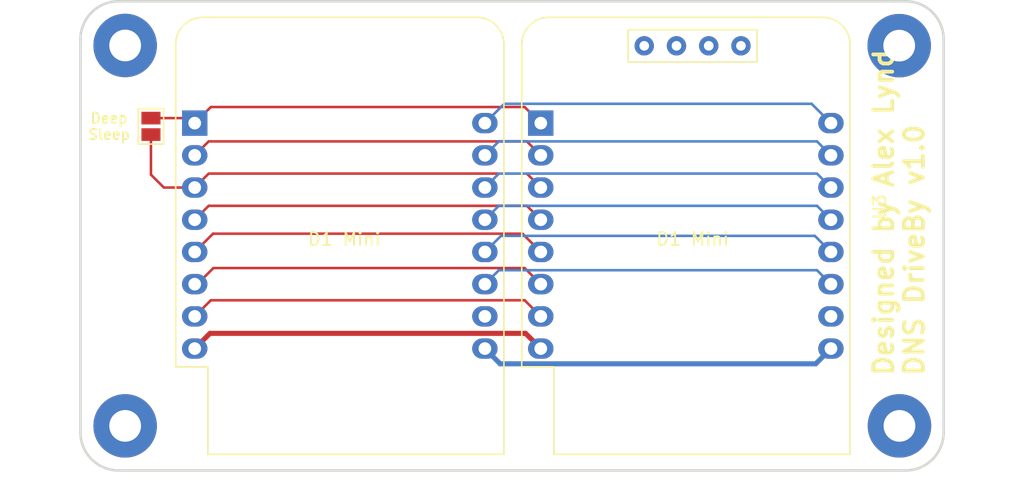
<source format=kicad_pcb>
(kicad_pcb (version 20211014) (generator pcbnew)
  (layers (0 "F.Cu" signal) (31 "B.Cu" signal) (34 "B.Paste" user) (35 "F.Paste" user) (36 "B.SilkS" user "B.Silkscreen") (37 "F.SilkS" user "F.Silkscreen") (38 "B.Mask" user) (39 "F.Mask" user) (44 "Edge.Cuts" user))
  (net 0 "")
  (net 1 "D0")
  (net 2 "A0")
  (net 3 "D5")
  (net 4 "D6")
  (net 5 "D7")
  (net 6 "D8")
  (net 7 "+3V3")
  (net 8 "5V")
  (net 9 "GND")
  (net 10 "D4")
  (net 11 "D3")
  (net 12 "D2")
  (net 13 "D1")
  (net 14 "RX")
  (net 15 "TX")
  (net 16 "RST")
  (footprint "MountingHole:MountingHole_2.5mm_Pad" (layer "F.Cu") (at -30.5 -15)
    (fp_text reference "REF**" hide)
    (fp_text value "MountingHole_2.5mm_Pad")
    (pad "1" thru_hole circle (at 0.02 -0.014) (size 5 5) (drill 2.5) (layers *.Cu *.Mask))
  )
  (footprint "MountingHole:MountingHole_2.5mm_Pad" (layer "F.Cu") (at 30.48 -14.986)
    (fp_text reference "REF**" hide)
    (fp_text value "MountingHole_2.5mm_Pad")
    (pad "1" thru_hole circle (at 0.02 -0.014) (size 5 5) (drill 2.5) (layers *.Cu *.Mask))
  )
  (footprint "MountingHole:MountingHole_2.5mm_Pad" (layer "F.Cu") (at -30.5 15)
    (fp_text reference "REF**" hide)
    (fp_text value "MountingHole_2.5mm_Pad")
    (pad "1" thru_hole circle (at 0.02 -0.014) (size 5 5) (drill 2.5) (layers *.Cu *.Mask))
  )
  (footprint "Jumper:SolderJumper-2_P1.3mm_Open_Pad1.0x1.5mm" (layer "F.Cu") (at -28.448 -8.636 90)
    (fp_text reference "JP1" hide)
    (fp_text value "Deep Sleep" hide)
    (fp_line (start -1.4 1) (end -1.4 -1) (layer "F.SilkS") (width 0.12))
    (fp_line (start 1.4 -1) (end 1.4 1) (layer "F.SilkS") (width 0.12))
    (fp_line (start -1.4 -1) (end 1.4 -1) (layer "F.SilkS") (width 0.12))
    (fp_line (start 1.4 1) (end -1.4 1) (layer "F.SilkS") (width 0.12))
    (pad "1" smd rect (at -0.65 0 90) (size 1 1.5) (layers "F.Cu" "F.Mask") (net 1 "D0"))
    (pad "2" smd rect (at 0.65 0 90) (size 1 1.5) (layers "F.Cu" "F.Mask") (net 16 "RST"))
  )
  (footprint "Module:WEMOS_D1_mini_light" (layer "F.Cu") (at -25 -8.89)
    (fp_text reference "U2" hide)
    (fp_text value "D1 Mini" (at 11.792 9.144) (layer "F.SilkS"))
    (fp_line (start 1.04 19.22) (end 1.04 26.12) (layer "F.SilkS") (width 0.12))
    (fp_line (start 22.24 -8.34) (end 0.63 -8.34) (layer "F.SilkS") (width 0.12))
    (fp_line (start -1.5 19.22) (end 1.04 19.22) (layer "F.SilkS") (width 0.12))
    (fp_line (start 1.04 26.12) (end 24.36 26.12) (layer "F.SilkS") (width 0.12))
    (fp_line (start 24.36 26.12) (end 24.36 -6.21) (layer "F.SilkS") (width 0.12))
    (fp_line (start -1.5 19.22) (end -1.5 -6.21) (layer "F.SilkS") (width 0.12))
    (fp_arc (start -1.5 -6.21) (mid -0.876137 -7.716137) (end 0.63 -8.34) (layer "F.SilkS") (width 0.12))
    (fp_arc (start 22.23 -8.34) (mid 23.736137 -7.716137) (end 24.36 -6.21) (layer "F.SilkS") (width 0.12))
    (pad "1" thru_hole rect (at 0 0) (size 2 2) (drill 1) (layers *.Cu *.Mask) (net 16 "RST"))
    (pad "2" thru_hole oval (at 0 2.54) (size 2 1.6) (drill 1) (layers *.Cu *.Mask) (net 2 "A0"))
    (pad "3" thru_hole oval (at 0 5.08) (size 2 1.6) (drill 1) (layers *.Cu *.Mask) (net 1 "D0"))
    (pad "4" thru_hole oval (at 0 7.62) (size 2 1.6) (drill 1) (layers *.Cu *.Mask) (net 3 "D5"))
    (pad "5" thru_hole oval (at 0 10.16) (size 2 1.6) (drill 1) (layers *.Cu *.Mask) (net 4 "D6"))
    (pad "6" thru_hole oval (at 0 12.7) (size 2 1.6) (drill 1) (layers *.Cu *.Mask) (net 5 "D7"))
    (pad "7" thru_hole oval (at 0 15.24) (size 2 1.6) (drill 1) (layers *.Cu *.Mask) (net 6 "D8"))
    (pad "8" thru_hole oval (at 0 17.78) (size 2 1.6) (drill 1) (layers *.Cu *.Mask) (net 7 "+3V3"))
    (pad "9" thru_hole oval (at 22.86 17.78) (size 2 1.6) (drill 1) (layers *.Cu *.Mask) (net 8 "5V"))
    (pad "10" thru_hole oval (at 22.86 15.24) (size 2 1.6) (drill 1) (layers *.Cu *.Mask) (net 9 "GND"))
    (pad "11" thru_hole oval (at 22.86 12.7) (size 2 1.6) (drill 1) (layers *.Cu *.Mask) (net 10 "D4"))
    (pad "12" thru_hole oval (at 22.86 10.16) (size 2 1.6) (drill 1) (layers *.Cu *.Mask) (net 11 "D3"))
    (pad "13" thru_hole oval (at 22.86 7.62) (size 2 1.6) (drill 1) (layers *.Cu *.Mask) (net 12 "D2"))
    (pad "14" thru_hole oval (at 22.86 5.08) (size 2 1.6) (drill 1) (layers *.Cu *.Mask) (net 13 "D1"))
    (pad "15" thru_hole oval (at 22.86 2.54) (size 2 1.6) (drill 1) (layers *.Cu *.Mask) (net 14 "RX"))
    (pad "16" thru_hole oval (at 22.86 0) (size 2 1.6) (drill 1) (layers *.Cu *.Mask) (net 15 "TX"))
  )
  (footprint "HakCat:NEO-6M GPS" (layer "F.Cu") (at 14.224 0.254 90)
    (fp_text reference "U3" (at 2.54 14.732 90 unlocked) (layer "F.SilkS"))
    (fp_text value "NEO-6M_GPS")
    (fp_rect (start 13.97 -5.08) (end 16.51 5.08) (layer "F.SilkS") (width 0.12) (fill none))
    (pad "1" thru_hole circle (at 15.24 3.81 90) (size 1.524 1.524) (drill 0.762) (layers *.Cu *.Mask) (net 7 "+3V3"))
    (pad "2" thru_hole circle (at 15.24 1.27 90) (size 1.524 1.524) (drill 0.762) (layers *.Cu *.Mask) (net 11 "D3"))
    (pad "3" thru_hole circle (at 15.24 -1.27 90) (size 1.524 1.524) (drill 0.762) (layers *.Cu *.Mask) (net 10 "D4"))
    (pad "4" thru_hole circle (at 15.24 -3.81 90) (size 1.524 1.524) (drill 0.762) (layers *.Cu *.Mask) (net 9 "GND"))
  )
  (footprint "Module:WEMOS_D1_mini_light" (layer "F.Cu") (at 2.263 -8.89)
    (fp_text reference "U1" hide)
    (fp_text value "D1 Mini" (at 11.961 9.144) (layer "F.SilkS"))
    (fp_line (start 24.36 26.12) (end 24.36 -6.21) (layer "F.SilkS") (width 0.12))
    (fp_line (start 1.04 19.22) (end 1.04 26.12) (layer "F.SilkS") (width 0.12))
    (fp_line (start -1.5 19.22) (end -1.5 -6.21) (layer "F.SilkS") (width 0.12))
    (fp_line (start 22.24 -8.34) (end 0.63 -8.34) (layer "F.SilkS") (width 0.12))
    (fp_line (start -1.5 19.22) (end 1.04 19.22) (layer "F.SilkS") (width 0.12))
    (fp_line (start 1.04 26.12) (end 24.36 26.12) (layer "F.SilkS") (width 0.12))
    (fp_arc (start 22.23 -8.34) (mid 23.736137 -7.716137) (end 24.36 -6.21) (layer "F.SilkS") (width 0.12))
    (fp_arc (start -1.5 -6.21) (mid -0.876137 -7.716137) (end 0.63 -8.34) (layer "F.SilkS") (width 0.12))
    (pad "1" thru_hole rect (at 0 0) (size 2 2) (drill 1) (layers *.Cu *.Mask) (net 16 "RST"))
    (pad "2" thru_hole oval (at 0 2.54) (size 2 1.6) (drill 1) (layers *.Cu *.Mask) (net 2 "A0"))
    (pad "3" thru_hole oval (at 0 5.08) (size 2 1.6) (drill 1) (layers *.Cu *.Mask) (net 1 "D0"))
    (pad "4" thru_hole oval (at 0 7.62) (size 2 1.6) (drill 1) (layers *.Cu *.Mask) (net 3 "D5"))
    (pad "5" thru_hole oval (at 0 10.16) (size 2 1.6) (drill 1) (layers *.Cu *.Mask) (net 4 "D6"))
    (pad "6" thru_hole oval (at 0 12.7) (size 2 1.6) (drill 1) (layers *.Cu *.Mask) (net 5 "D7"))
    (pad "7" thru_hole oval (at 0 15.24) (size 2 1.6) (drill 1) (layers *.Cu *.Mask) (net 6 "D8"))
    (pad "8" thru_hole oval (at 0 17.78) (size 2 1.6) (drill 1) (layers *.Cu *.Mask) (net 7 "+3V3"))
    (pad "9" thru_hole oval (at 22.86 17.78) (size 2 1.6) (drill 1) (layers *.Cu *.Mask) (net 8 "5V"))
    (pad "10" thru_hole oval (at 22.86 15.24) (size 2 1.6) (drill 1) (layers *.Cu *.Mask) (net 9 "GND"))
    (pad "11" thru_hole oval (at 22.86 12.7) (size 2 1.6) (drill 1) (layers *.Cu *.Mask) (net 10 "D4"))
    (pad "12" thru_hole oval (at 22.86 10.16) (size 2 1.6) (drill 1) (layers *.Cu *.Mask) (net 11 "D3"))
    (pad "13" thru_hole oval (at 22.86 7.62) (size 2 1.6) (drill 1) (layers *.Cu *.Mask) (net 12 "D2"))
    (pad "14" thru_hole oval (at 22.86 5.08) (size 2 1.6) (drill 1) (layers *.Cu *.Mask) (net 13 "D1"))
    (pad "15" thru_hole oval (at 22.86 2.54) (size 2 1.6) (drill 1) (layers *.Cu *.Mask) (net 14 "RX"))
    (pad "16" thru_hole oval (at 22.86 0) (size 2 1.6) (drill 1) (layers *.Cu *.Mask) (net 15 "TX"))
  )
  (footprint "MountingHole:MountingHole_2.5mm_Pad" (layer "F.Cu") (at 30.5 15)
    (fp_text reference "REF**" hide)
    (fp_text value "MountingHole_2.5mm_Pad")
    (pad "1" thru_hole circle (at 0.02 -0.014) (size 5 5) (drill 2.5) (layers *.Cu *.Mask))
  )
  (gr_arc (start -31 18.5) (mid -33.12132 17.62132) (end -34 15.5) (layer "Edge.Cuts") (width 0.2))
  (gr_line (start 31 18.5) (end -31 18.5) (layer "Edge.Cuts") (width 0.2))
  (gr_arc (start 34 15.5) (mid 33.12132 17.62132) (end 31 18.5) (layer "Edge.Cuts") (width 0.2))
  (gr_line (start -31 -18.5) (end 31 -18.5) (layer "Edge.Cuts") (width 0.2))
  (gr_line (start -34 15.5) (end -34 -15.5) (layer "Edge.Cuts") (width 0.2))
  (gr_arc (start 31 -18.5) (mid 33.12132 -17.62132) (end 34 -15.5) (layer "Edge.Cuts") (width 0.2))
  (gr_line (start 34 -15.5) (end 34 15.5) (layer "Edge.Cuts") (width 0.2))
  (gr_arc (start -34 -15.5) (mid -33.12132 -17.62132) (end -31 -18.5) (layer "Edge.Cuts") (width 0.2))
  (gr_text "Designed by Alex Lynd\nDNS DriveBy v1.0" (at 30.48 11.176 90) (layer "F.SilkS") (effects (font (size 1.5 1.5) (thickness 0.3)) (justify left)))
  (gr_text "Deep\nSleep" (at -31.75 -8.636) (layer "F.SilkS") (effects (font (size 0.8 0.8))))
  (segment (start -28.448 -7.986) (end -28.448 -4.826) (width 0.2) (layer "F.Cu") (net 1))
  (segment (start -23.9 -4.91) (end 1.163 -4.91) (width 0.2) (layer "F.Cu") (net 1))
  (segment (start -25 -3.81) (end -23.9 -4.91) (width 0.2) (layer "F.Cu") (net 1))
  (segment (start -27.432 -3.81) (end -25 -3.81) (width 0.2) (layer "F.Cu") (net 1))
  (segment (start -28.448 -4.826) (end -27.432 -3.81) (width 0.2) (layer "F.Cu") (net 1))
  (segment (start 1.163 -4.91) (end 2.263 -3.81) (width 0.2) (layer "F.Cu") (net 1))
  (segment (start -23.9 -7.45) (end 1.163 -7.45) (width 0.2) (layer "F.Cu") (net 2))
  (segment (start -25 -6.35) (end -23.9 -7.45) (width 0.2) (layer "F.Cu") (net 2))
  (segment (start 1.163 -7.45) (end 2.263 -6.35) (width 0.2) (layer "F.Cu") (net 2))
  (segment (start 2.263 -1.27) (end 1.163 -2.37) (width 0.2) (layer "F.Cu") (net 3))
  (segment (start 1.163 -2.37) (end -23.9 -2.37) (width 0.2) (layer "F.Cu") (net 3))
  (segment (start -23.9 -2.37) (end -25 -1.27) (width 0.2) (layer "F.Cu") (net 3))
  (segment (start -23.56 -0.17) (end 0.823 -0.17) (width 0.2) (layer "F.Cu") (net 4))
  (segment (start 0.823 -0.17) (end 2.263 1.27) (width 0.2) (layer "F.Cu") (net 4))
  (segment (start -25 1.27) (end -23.56 -0.17) (width 0.2) (layer "F.Cu") (net 4))
  (segment (start -24.8 3.81) (end -23.53 2.54) (width 0.2) (layer "F.Cu") (net 5))
  (segment (start 0.993 2.54) (end 2.263 3.81) (width 0.2) (layer "F.Cu") (net 5))
  (segment (start -25 3.81) (end -24.8 3.81) (width 0.2) (layer "F.Cu") (net 5))
  (segment (start -23.53 2.54) (end 0.993 2.54) (width 0.2) (layer "F.Cu") (net 5))
  (segment (start -25 6.35) (end -23.73 5.08) (width 0.2) (layer "F.Cu") (net 6))
  (segment (start -23.73 5.08) (end 0.993 5.08) (width 0.2) (layer "F.Cu") (net 6))
  (segment (start 0.993 5.08) (end 2.263 6.35) (width 0.2) (layer "F.Cu") (net 6))
  (segment (start -25 8.89) (end -23.8 7.69) (width 0.4) (layer "F.Cu") (net 7))
  (segment (start 1.063 7.69) (end 2.263 8.89) (width 0.4) (layer "F.Cu") (net 7))
  (segment (start -23.8 7.69) (end 1.063 7.69) (width 0.4) (layer "F.Cu") (net 7))
  (segment (start -0.94 10.09) (end 23.923 10.09) (width 0.4) (layer "B.Cu") (net 8))
  (segment (start -2.14 8.89) (end -0.94 10.09) (width 0.4) (layer "B.Cu") (net 8))
  (segment (start 23.923 10.09) (end 25.123 8.89) (width 0.4) (layer "B.Cu") (net 8))
  (segment (start -2.14 3.81) (end -1.04 2.71) (width 0.2) (layer "B.Cu") (net 10))
  (segment (start 24.023 2.71) (end 25.123 3.81) (width 0.2) (layer "B.Cu") (net 10))
  (segment (start -1.04 2.71) (end 24.023 2.71) (width 0.2) (layer "B.Cu") (net 10))
  (segment (start -2.14 1.27) (end -0.87 0) (width 0.2) (layer "B.Cu") (net 11))
  (segment (start -0.87 0) (end 23.853 0) (width 0.2) (layer "B.Cu") (net 11))
  (segment (start 23.853 0) (end 25.123 1.27) (width 0.2) (layer "B.Cu") (net 11))
  (segment (start 24.023 -2.37) (end 25.123 -1.27) (width 0.2) (layer "B.Cu") (net 12))
  (segment (start -1.04 -2.37) (end 24.023 -2.37) (width 0.2) (layer "B.Cu") (net 12))
  (segment (start -2.14 -1.27) (end -1.04 -2.37) (width 0.2) (layer "B.Cu") (net 12))
  (segment (start 24.023 -4.91) (end 25.123 -3.81) (width 0.2) (layer "B.Cu") (net 13))
  (segment (start -2.14 -3.81) (end -1.04 -4.91) (width 0.2) (layer "B.Cu") (net 13))
  (segment (start -1.04 -4.91) (end 24.023 -4.91) (width 0.2) (layer "B.Cu") (net 13))
  (segment (start -1.04 -7.45) (end 24.023 -7.45) (width 0.2) (layer "B.Cu") (net 14))
  (segment (start -2.14 -6.35) (end -1.04 -7.45) (width 0.2) (layer "B.Cu") (net 14))
  (segment (start 24.023 -7.45) (end 25.123 -6.35) (width 0.2) (layer "B.Cu") (net 14))
  (segment (start -0.616 -10.414) (end 23.599 -10.414) (width 0.2) (layer "B.Cu") (net 15))
  (segment (start 23.599 -10.414) (end 25.123 -8.89) (width 0.2) (layer "B.Cu") (net 15))
  (segment (start -2.14 -8.89) (end -0.616 -10.414) (width 0.2) (layer "B.Cu") (net 15))
  (segment (start -28.448 -9.286) (end -25.396 -9.286) (width 0.2) (layer "F.Cu") (net 16))
  (segment (start -25.396 -9.286) (end -25 -8.89) (width 0.2) (layer "F.Cu") (net 16))
  (segment (start 0.993 -10.16) (end 2.263 -8.89) (width 0.2) (layer "F.Cu") (net 16))
  (segment (start -23.73 -10.16) (end 0.993 -10.16) (width 0.2) (layer "F.Cu") (net 16))
  (segment (start -25 -8.89) (end -23.73 -10.16) (width 0.2) (layer "F.Cu") (net 16))
)
</source>
